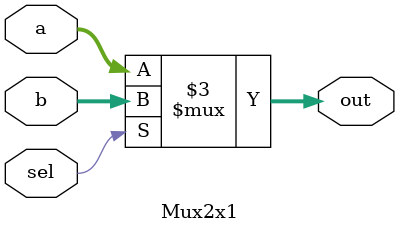
<source format=v>
module Mux2x1 (
    input [7:0] a,
    input [7:0] b,
    input sel,
    output reg [7:0] out
);
    always @* begin
        if (sel)
            out = b;
        else
            out = a;
    end
endmodule
</source>
